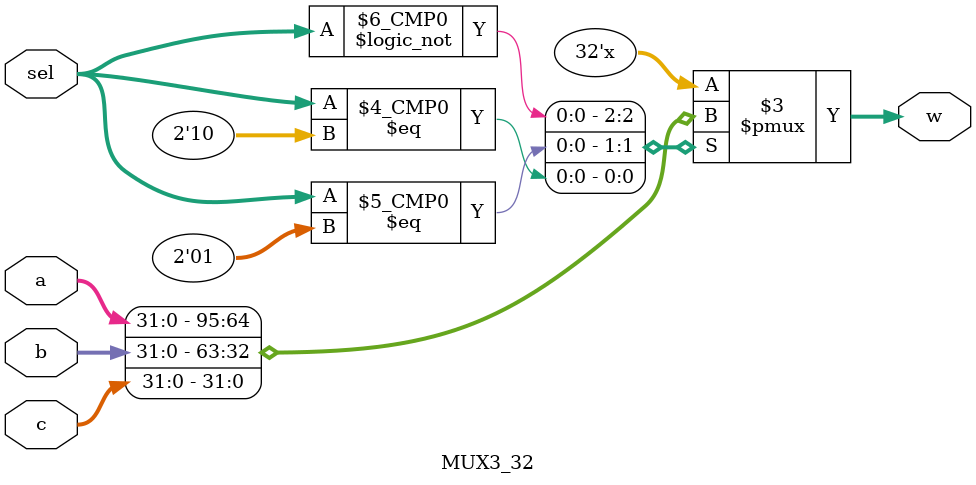
<source format=sv>
`timescale 1ns/1ns
module MUX2_5(
    input [4:0] a, b, 
    input sel, 
    output reg [4:0] w
);

    assign w = sel ? b : a;

endmodule

`timescale 1ns/1ns
module MUX2_32(
    input [31:0] a, b, 
    input sel, 
    output [31:0] w
);

    assign w = sel ? b : a;  

endmodule

`timescale 1ns/1ns
module MUX3_5(
    input [4:0] a, b, c, 
    input [1:0] sel, 
    output reg [4:0] w
);

    parameter [1:0] A = 2'b00;
    parameter [1:0] B = 2'b01;
    parameter [1:0] C = 2'b10;

    always @(sel,a,b,c) begin
        case(sel)
            A : w = a;
            B : w = b;
            C : w = c;
        endcase
    end
    
endmodule

`timescale 1ns/1ns
module MUX3_32(
    input [31:0] a, b, c, 
    input [1:0] sel, 
    output reg [31:0] w
);

    parameter [1:0] A = 2'b00;
    parameter [1:0] B = 2'b01;
    parameter [1:0] C = 2'b10;

    always @(sel, a, b, c) begin
        case(sel)
            A : w = a;
            B : w = b;
            C : w = c;
        endcase
    end

endmodule
</source>
